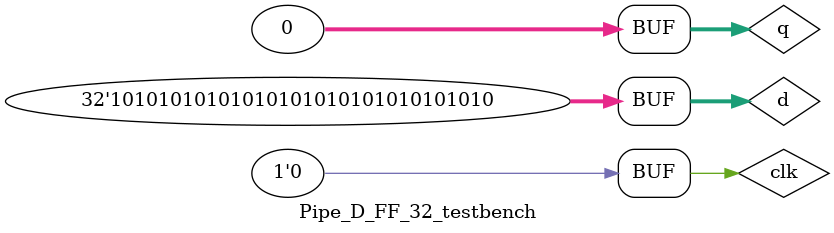
<source format=sv>
/*******************************************************************************
*	Description:
*		A D_FF module for a pipelined cpu. Used to break up logic in stages.
*	
*	Inputs:
*		d: The 32 bits of data to be written to the flipflop.
*		clk: The system clock.
*
*	Outputs:
*		q: The 32 bits of data signal stored in the flip flop.
*
*******************************************************************************/

module Pipe_D_FF_32 (q, d, reset, clk);
	input logic [31:0] d;
	input logic clk, reset;
	output logic [31:0] q;
	
	genvar a;
	
	generate 
		for (a = 0; a < 32; a++) begin : eachFlop
			D_FF oneFlop (.q(q[a]), .d(d[a]), .reset, .clk);
		end
	endgenerate
	
endmodule 

module Pipe_D_FF_32_testbench();
	logic [31:0] q, d;
	logic clk, reset;

	Pipe_D_FF_32 dut (.q, .d, .reset, .clk);

	initial begin
		q=64'h00000000; d=64'h00000000; clk=0; #10;
		

		d=64'h11111111; clk=0; #10;
		d=64'h11111111; clk=1; #10;
		d=64'h00000000; clk=0; #10;
		d=64'h00000000; clk=1; #10;
		d=64'h10101010; clk=0; #10;
		d=64'h10101010; clk=0; #10;
		d=64'h10101010; clk=0; #10;
		d=64'h10101010; clk=1; #10;
		d=64'hAAAAAAAA; clk=0; #10;
		d=64'hAAAAAAAA; clk=1; #10;
		d=64'hAAAAAAAA; clk=0; #10;
		
	end
endmodule 
</source>
